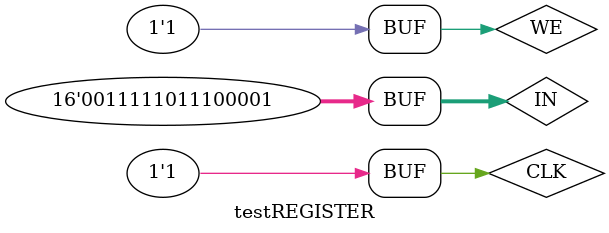
<source format=v>
module REGISTER
(
    input [15:0] IN,
    input CLK, WE,
    output reg [15:0] OUT
);
    // Register Size
    parameter DATA_WIDTH = 16;
    // Temp Holder
    reg [15:0] CURRENT = 16'b0000_0000_0000_0000;

    always @ (posedge CLK)
        begin
            if (WE)
                begin
                    OUT <= IN;
                    CURRENT <= IN;
                end
            else
                begin
                    OUT <= CURRENT;
                end
        end

endmodule

/*****************************************************************************/
/************************ Test Bench for REGISTER ****************************/
/*****************************************************************************/
module testREGISTER;

    reg [15:0] IN;
    reg CLK, WE;
    wire [15:0] OUT;
    
    // Initiate registers
    initial begin
        IN = 16'b0000_0000_0000_0000;
        CLK = 1'b0;
        WE = 1'b0;
    end
    
    // Initiate Register
    REGISTER UUT(
        .IN(IN),
        .CLK(CLK),
        .WE(WE),
        .OUT(OUT)
    );
    
    // Test
    initial begin
        #10 // Set a value for REG
        IN = 16'b0110_0011_0000_1110;
        CLK = 1'b1;
        WE = 1'b1;
        #10
        CLK = 1'b0;
        #10 // Keep a value on DATA with WE - 0
        IN = 16'b0011_0000_1110_0001;
        CLK = 1'b1;
        WE = 1'b0;
        #10
        CLK = 1'b0;
        #10 // Set a new value for REG
        IN = 16'b0011_0010_1110_1101;
        CLK = 1'b1;
        WE = 1'b1;
        #10
        CLK = 1'b0;
        #10 // Try Read value
        IN = 16'b0011_0000_1110_0001;
        CLK = 1'b1;
        WE = 1'b0;
        #10
        CLK = 1'b0;
        #10 // Set a new value
        IN = 16'b0011_1110_1110_0001;
        CLK = 1'b1;
        WE = 1'b1;
        
    end

endmodule

</source>
